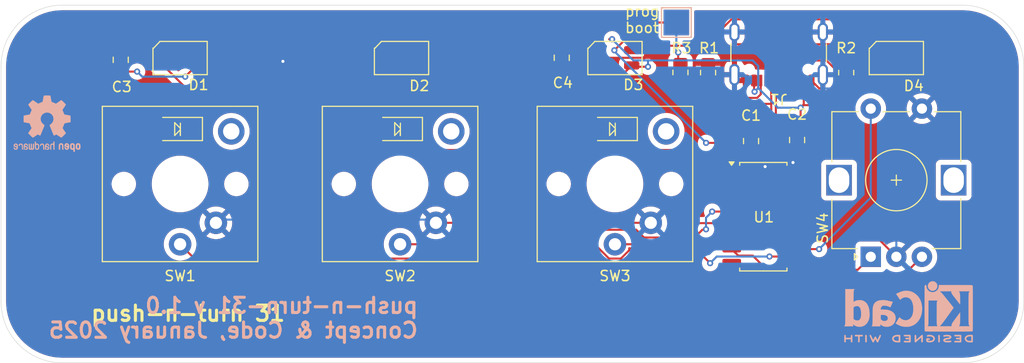
<source format=kicad_pcb>
(kicad_pcb (version 20241229) (generator "pcbnew") (generator_version "9.0")
  (layers (0 "F.Cu" signal) (2 "B.Cu" signal) (13 "F.Paste" user) (15 "B.Paste" user) (5 "F.SilkS" user "F.Silkscreen") (7 "B.SilkS" user "B.Silkscreen") (1 "F.Mask" user) (3 "B.Mask" user) (25 "Edge.Cuts" user))
  (net 0 "")
  (net 1 "GND")
  (net 2 "+3V3")
  (net 3 "+5V")
  (net 4 "Net-(D1-DOUT)")
  (net 5 "neo")
  (net 6 "Net-(D2-DOUT)")
  (net 7 "Net-(D3-DOUT)")
  (net 8 "Net-(J1-CC1)")
  (net 9 "/D-")
  (net 10 "/D+")
  (net 12 "Net-(J1-CC2)")
  (net 14 "Net-(R3-Pad1)")
  (net 15 "key1")
  (net 16 "key2")
  (net 17 "key3")
  (net 18 "enc_a")
  (net 19 "enc_b")
  (net 20 "enc_but")
  (net 21 "key6")
  (net 22 "key4")
  (net 24 "key5")
  (footprint "Capacitor_SMD:C_0805_2012Metric" (layer "F.Cu") (at 111.7 75.45 90)
    (property "Reference" "C3" (at -2.650001 0.1 0) (layer "F.SilkS"))
    (property "Value" "100n")
    (pad "1" smd roundrect (at -0.949999 0 90) (size 1 1.45) (layers "F.Cu" "F.Mask" "F.Paste") (net 3 "+5V"))
    (pad "2" smd roundrect (at 0.949999 0 90) (size 1 1.45) (layers "F.Cu" "F.Mask" "F.Paste") (net 1 "GND"))
  )
  (footprint "TestPoint:TestPoint_Pad_2.5x2.5mm" (layer "F.Cu") (at 166 71.8)
    (property "Reference" "TP1" (hide yes))
    (property "Value" "~")
    (pad "1" smd rect (at 0 0) (size 2.5 2.5) (layers "F.Cu" "F.Mask") (net 2 "+3V3"))
  )
  (footprint "Connector_USB:USB_C_Receptacle_GCT_USB4105-xx-A_16P_TopMnt_Horizontal" (layer "F.Cu") (at 176 73.8 180)
    (property "Reference" "J1" (at 0 -5.5 180) (layer "F.SilkS"))
    (property "Value" "USB_C_Receptacle_USB2.0_16P" (hide yes))
    (pad "" np_thru_hole circle (at -2.89 -2.605 180) (size 0.65 0.65) (drill 0.65) (layers "*.Cu" "*.Mask"))
    (pad "" np_thru_hole circle (at 2.89 -2.605 180) (size 0.65 0.65) (drill 0.65) (layers "*.Cu" "*.Mask"))
    (pad "A1" smd roundrect (at -3.2 -3.68 180) (size 0.6 1.15) (layers "F.Cu" "F.Mask" "F.Paste") (net 1 "GND"))
    (pad "A4" smd roundrect (at -2.4 -3.68 180) (size 0.6 1.15) (layers "F.Cu" "F.Mask" "F.Paste") (net 3 "+5V"))
    (pad "A5" smd roundrect (at -1.25 -3.679999 180) (size 0.3 1.15) (layers "F.Cu" "F.Mask" "F.Paste") (net 8 "Net-(J1-CC1)"))
    (pad "A6" smd roundrect (at -0.25 -3.68 180) (size 0.3 1.15) (layers "F.Cu" "F.Mask" "F.Paste") (net 10 "/D+"))
    (pad "A7" smd roundrect (at 0.25 -3.68 180) (size 0.3 1.15) (layers "F.Cu" "F.Mask" "F.Paste") (net 9 "/D-"))
    (pad "A8" smd roundrect (at 1.25 -3.679999 180) (size 0.3 1.15) (layers "F.Cu" "F.Mask" "F.Paste"))
    (pad "A9" smd roundrect (at 2.4 -3.68 180) (size 0.6 1.15) (layers "F.Cu" "F.Mask" "F.Paste") (net 3 "+5V"))
    (pad "A12" smd roundrect (at 3.2 -3.68 180) (size 0.6 1.15) (layers "F.Cu" "F.Mask" "F.Paste") (net 1 "GND"))
    (pad "B1" smd roundrect (at 3.2 -3.68 180) (size 0.6 1.15) (layers "F.Cu" "F.Mask" "F.Paste") (net 1 "GND"))
    (pad "B4" smd roundrect (at 2.4 -3.68 180) (size 0.6 1.15) (layers "F.Cu" "F.Mask" "F.Paste") (net 3 "+5V"))
    (pad "B5" smd roundrect (at 1.75 -3.68 180) (size 0.3 1.15) (layers "F.Cu" "F.Mask" "F.Paste") (net 12 "Net-(J1-CC2)"))
    (pad "B6" smd roundrect (at 0.75 -3.68 180) (size 0.3 1.15) (layers "F.Cu" "F.Mask" "F.Paste") (net 10 "/D+"))
    (pad "B7" smd roundrect (at -0.75 -3.68 180) (size 0.3 1.15) (layers "F.Cu" "F.Mask" "F.Paste") (net 9 "/D-"))
    (pad "B8" smd roundrect (at -1.75 -3.68 180) (size 0.3 1.15) (layers "F.Cu" "F.Mask" "F.Paste"))
    (pad "B9" smd roundrect (at -2.4 -3.68 180) (size 0.6 1.15) (layers "F.Cu" "F.Mask" "F.Paste") (net 3 "+5V"))
    (pad "B12" smd roundrect (at -3.2 -3.68 180) (size 0.6 1.15) (layers "F.Cu" "F.Mask" "F.Paste") (net 1 "GND"))
    (pad "S1" thru_hole oval (at -4.32 -3.105 180) (size 1 2.1) (drill oval 0.6 1.7) (layers "*.Cu" "*.Mask" "F.Paste") (net 1 "GND"))
    (pad "S1" thru_hole oval (at -4.32 1.075 180) (size 1 1.8) (drill oval 0.6 1.4) (layers "*.Cu" "*.Mask" "F.Paste") (net 1 "GND"))
    (pad "S1" thru_hole oval (at 4.32 -3.105 180) (size 1 2.1) (drill oval 0.6 1.7) (layers "*.Cu" "*.Mask" "F.Paste") (net 1 "GND"))
    (pad "S1" thru_hole oval (at 4.32 1.075 180) (size 1 1.8) (drill oval 0.6 1.4) (layers "*.Cu" "*.Mask" "F.Paste") (net 1 "GND"))
  )
  (footprint "Resistor_SMD:R_0805_2012Metric" (layer "F.Cu") (at 166.4 76.6875 -90)
    (property "Reference" "R3" (at -2.3875 -0.1 0) (layer "F.SilkS"))
    (property "Value" "10k")
    (pad "1" smd roundrect (at -0.9125 0 270) (size 1.025 1.4) (layers "F.Cu" "F.Mask" "F.Paste") (roundrect_rratio 0.243902) (net 14 "Net-(R3-Pad1)"))
    (pad "2" smd roundrect (at 0.9125 0 270) (size 1.025 1.4) (layers "F.Cu" "F.Mask" "F.Paste") (roundrect_rratio 0.243902) (net 10 "/D+"))
  )
  (footprint "LED_SMD:LED_WS2812B-Mini_PLCC4_3.5x2.8mm" (layer "F.Cu") (at 160 75.25 180)
    (property "Reference" "D3" (at -1.8 -2.65 0) (layer "F.SilkS"))
    (property "Value" "WS2812B-3528" (hide yes))
    (pad "1" smd roundrect (at 1.64 0.75 180) (size 1.5 0.8) (layers "F.Cu" "F.Mask" "F.Paste") (net 1 "GND"))
    (pad "2" smd roundrect (at 1.64 -0.75 180) (size 1.5 0.8) (layers "F.Cu" "F.Mask" "F.Paste") (net 6 "Net-(D2-DOUT)"))
    (pad "3" smd roundrect (at -1.64 -0.75 180) (size 1.5 0.8) (layers "F.Cu" "F.Mask" "F.Paste") (net 3 "+5V"))
    (pad "4" smd roundrect (at -1.64 0.75 180) (size 1.5 0.8) (layers "F.Cu" "F.Mask" "F.Paste") (net 7 "Net-(D3-DOUT)"))
  )
  (footprint "Resistor_SMD:R_0805_2012Metric" (layer "F.Cu") (at 182.6 76.7 90)
    (property "Reference" "R2" (at 2.4 0 180) (layer "F.SilkS"))
    (property "Value" "5k1")
    (pad "1" smd roundrect (at -0.9125 0 90) (size 1.025 1.4) (layers "F.Cu" "F.Mask" "F.Paste") (roundrect_rratio 0.243902) (net 8 "Net-(J1-CC1)"))
    (pad "2" smd roundrect (at 0.9125 0 90) (size 1.025 1.4) (layers "F.Cu" "F.Mask" "F.Paste") (roundrect_rratio 0.243902) (net 1 "GND"))
  )
  (footprint "Capacitor_SMD:C_0805_2012Metric" (layer "F.Cu") (at 154.8 75.25 90)
    (property "Reference" "C4" (at -2.450001 0.1 0) (layer "F.SilkS"))
    (property "Value" "100n")
    (pad "1" smd roundrect (at -0.949999 0 90) (size 1 1.45) (layers "F.Cu" "F.Mask" "F.Paste") (net 3 "+5V"))
    (pad "2" smd roundrect (at 0.949999 0 90) (size 1 1.45) (layers "F.Cu" "F.Mask" "F.Paste") (net 1 "GND"))
  )
  (footprint "Capacitor_SMD:C_0805_2012Metric" (layer "F.Cu") (at 173.3 83.4 90)
    (property "Reference" "C1" (at 2.5 0 180) (layer "F.SilkS"))
    (property "Value" "100n")
    (pad "1" smd roundrect (at -0.949999 0 90) (size 1 1.45) (layers "F.Cu" "F.Mask" "F.Paste") (net 2 "+3V3"))
    (pad "2" smd roundrect (at 0.949999 0 90) (size 1 1.45) (layers "F.Cu" "F.Mask" "F.Paste") (net 1 "GND"))
  )
  (footprint "Button_Switch_Keyboard:SW_RedDragon5.5m_Ali_1.00u" (layer "F.Cu") (at 160 87.6 180)
    (property "Reference" "SW3" (at 0 -9 0) (layer "F.SilkS"))
    (property "Value" "key3")
    (pad "" np_thru_hole circle (at -5.5 0 180) (size 1.9 1.9) (drill 1.9) (layers "*.Cu" "*.Mask"))
    (pad "" thru_hole circle (at -5 5.15 180) (size 2.6 2.6) (drill 1.6) (layers "*.Cu" "*.Mask"))
    (pad "" np_thru_hole circle (at 0 0 180) (size 5.05 5.05) (drill 5.05) (layers "*.Cu" "*.Mask"))
    (pad "" np_thru_hole circle (at 5.5 0 180) (size 1.9 1.9) (drill 1.9) (layers "*.Cu" "*.Mask"))
    (pad "1" thru_hole circle (at 0 -5.9 180) (size 2.2 2.2) (drill 1.2) (layers "*.Cu" "*.Mask") (net 17 "key3"))
    (pad "2" thru_hole circle (at -3.5 -3.8 180) (size 2.2 2.2) (drill 1.2) (layers "*.Cu" "*.Mask") (net 1 "GND"))
    (pad "3" smd roundrect (at -1.3 5.38 180) (size 1.25 1.75) (layers "F.Cu" "F.Mask" "F.Paste") (roundrect_rratio 0.2))
    (pad "4" smd roundrect (at 1.5 5.38 180) (size 1.25 1.75) (layers "F.Cu" "F.Mask" "F.Paste") (roundrect_rratio 0.2))
  )
  (footprint "Button_Switch_Keyboard:SW_RedDragon5.5m_Ali_1.00u" (layer "F.Cu") (at 139 87.6 180)
    (property "Reference" "SW2" (at 0 -9 0) (layer "F.SilkS"))
    (property "Value" "key2")
    (pad "" np_thru_hole circle (at -5.5 0 180) (size 1.9 1.9) (drill 1.9) (layers "*.Cu" "*.Mask"))
    (pad "" thru_hole circle (at -5 5.15 180) (size 2.6 2.6) (drill 1.6) (layers "*.Cu" "*.Mask"))
    (pad "" np_thru_hole circle (at 0 0 180) (size 5.05 5.05) (drill 5.05) (layers "*.Cu" "*.Mask"))
    (pad "" np_thru_hole circle (at 5.5 0 180) (size 1.9 1.9) (drill 1.9) (layers "*.Cu" "*.Mask"))
    (pad "1" thru_hole circle (at 0 -5.9 180) (size 2.2 2.2) (drill 1.2) (layers "*.Cu" "*.Mask") (net 16 "key2"))
    (pad "2" thru_hole circle (at -3.5 -3.8 180) (size 2.2 2.2) (drill 1.2) (layers "*.Cu" "*.Mask") (net 1 "GND"))
    (pad "3" smd roundrect (at -1.3 5.38 180) (size 1.25 1.75) (layers "F.Cu" "F.Mask" "F.Paste") (roundrect_rratio 0.2))
    (pad "4" smd roundrect (at 1.5 5.38 180) (size 1.25 1.75) (layers "F.Cu" "F.Mask" "F.Paste") (roundrect_rratio 0.2))
  )
  (footprint "LED_SMD:LED_WS2812B-Mini_PLCC4_3.5x2.8mm" (layer "F.Cu") (at 117.5 75.25 180)
    (property "Reference" "D1" (at -1.8 -2.65 0) (layer "F.SilkS"))
    (property "Value" "WS2812B-3528" (hide yes))
    (pad "1" smd roundrect (at 1.64 0.75 180) (size 1.5 0.8) (layers "F.Cu" "F.Mask" "F.Paste") (net 1 "GND"))
    (pad "2" smd roundrect (at 1.64 -0.75 180) (size 1.5 0.8) (layers "F.Cu" "F.Mask" "F.Paste") (net 5 "neo"))
    (pad "3" smd roundrect (at -1.64 -0.75 180) (size 1.5 0.8) (layers "F.Cu" "F.Mask" "F.Paste") (net 3 "+5V"))
    (pad "4" smd roundrect (at -1.64 0.75 180) (size 1.5 0.8) (layers "F.Cu" "F.Mask" "F.Paste") (net 4 "Net-(D1-DOUT)"))
  )
  (footprint "Resistor_SMD:R_0805_2012Metric" (layer "F.Cu") (at 169.1 76.7 90)
    (property "Reference" "R1" (at 2.4 0.1 180) (layer "F.SilkS"))
    (property "Value" "5k1")
    (pad "1" smd roundrect (at -0.9125 0 90) (size 1.025 1.4) (layers "F.Cu" "F.Mask" "F.Paste") (roundrect_rratio 0.243902) (net 12 "Net-(J1-CC2)"))
    (pad "2" smd roundrect (at 0.9125 0 90) (size 1.025 1.4) (layers "F.Cu" "F.Mask" "F.Paste") (roundrect_rratio 0.243902) (net 1 "GND"))
  )
  (footprint "Package_SO:SOP-16_4.4x10.4mm_P1.27mm" (layer "F.Cu") (at 174.5 90.8)
    (property "Reference" "U1" (at 0.05 0.05 0) (layer "F.SilkS"))
    (property "Value" "CH552G")
    (pad "1" smd roundrect (at -3.0875 -4.445) (size 1.825 0.65) (layers "F.Cu" "F.Mask" "F.Paste") (net 21 "key6"))
    (pad "2" smd roundrect (at -3.0875 -3.175) (size 1.825 0.65) (layers "F.Cu" "F.Mask" "F.Paste") (net 24 "key5"))
    (pad "3" smd roundrect (at -3.0875 -1.905) (size 1.825 0.65) (layers "F.Cu" "F.Mask" "F.Paste") (net 22 "key4"))
    (pad "4" smd roundrect (at -3.0875 -0.635) (size 1.825 0.65) (layers "F.Cu" "F.Mask" "F.Paste") (net 17 "key3"))
    (pad "5" smd roundrect (at -3.0875 0.635) (size 1.825 0.65) (layers "F.Cu" "F.Mask" "F.Paste") (net 16 "key2"))
    (pad "6" smd roundrect (at -3.0875 1.905) (size 1.825 0.65) (layers "F.Cu" "F.Mask" "F.Paste"))
    (pad "7" smd roundrect (at -3.0875 3.175) (size 1.825 0.65) (layers "F.Cu" "F.Mask" "F.Paste") (net 18 "enc_a"))
    (pad "8" smd roundrect (at -3.0875 4.445) (size 1.825 0.65) (layers "F.Cu" "F.Mask" "F.Paste") (net 19 "enc_b"))
    (pad "9" smd roundrect (at 3.0875 4.445) (size 1.825 0.65) (layers "F.Cu" "F.Mask" "F.Paste") (net 15 "key1"))
    (pad "10" smd roundrect (at 3.0875 3.175) (size 1.825 0.65) (layers "F.Cu" "F.Mask" "F.Paste") (net 20 "enc_but"))
    (pad "11" smd roundrect (at 3.0875 1.905) (size 1.825 0.65) (layers "F.Cu" "F.Mask" "F.Paste") (net 5 "neo"))
    (pad "12" smd roundrect (at 3.0875 0.635) (size 1.825 0.65) (layers "F.Cu" "F.Mask" "F.Paste") (net 10 "/D+"))
    (pad "13" smd roundrect (at 3.0875 -0.635) (size 1.825 0.65) (layers "F.Cu" "F.Mask" "F.Paste") (net 9 "/D-"))
    (pad "14" smd roundrect (at 3.0875 -1.905) (size 1.825 0.65) (layers "F.Cu" "F.Mask" "F.Paste") (net 1 "GND"))
    (pad "15" smd roundrect (at 3.0875 -3.175) (size 1.825 0.65) (layers "F.Cu" "F.Mask" "F.Paste") (net 3 "+5V"))
    (pad "16" smd roundrect (at 3.0875 -4.445) (size 1.825 0.65) (layers "F.Cu" "F.Mask" "F.Paste") (net 2 "+3V3"))
  )
  (footprint "Rotary_Encoder:RotaryEncoder_Alps_EC12E-Switch_Vertical_H20mm" (layer "F.Cu") (at 185 94.725 90)
    (property "Reference" "SW4" (at 2.8 -4.7 90) (layer "F.SilkS"))
    (property "Value" "RotaryEncoder_Switch")
    (pad "A" thru_hole rect (at 0 0 90) (size 2 2) (drill 1) (layers "*.Cu" "*.Mask") (net 18 "enc_a"))
    (pad "B" thru_hole circle (at 0 5 90) (size 2 2) (drill 1) (layers "*.Cu" "*.Mask") (net 19 "enc_b"))
    (pad "C" thru_hole circle (at 0 2.5 90) (size 2 2) (drill 1) (layers "*.Cu" "*.Mask") (net 1 "GND"))
    (pad "MP" thru_hole rect (at 7.5 -3.1 90) (size 3 2.5) (drill oval 2.5 2) (layers "*.Cu" "*.Mask"))
    (pad "MP" thru_hole rect (at 7.5 8.1 90) (size 3 2.5) (drill oval 2.5 2) (layers "*.Cu" "*.Mask"))
    (pad "S1" thru_hole circle (at 14.5 0 90) (size 2 2) (drill 1) (layers "*.Cu" "*.Mask") (net 20 "enc_but"))
    (pad "S2" thru_hole circle (at 14.5 5 90) (size 2 2) (drill 1) (layers "*.Cu" "*.Mask") (net 1 "GND"))
  )
  (footprint "Capacitor_SMD:C_0805_2012Metric" (layer "F.Cu") (at 177.8 83.3 -90)
    (property "Reference" "C2" (at -2.5 0 0) (layer "F.SilkS"))
    (property "Value" "100n")
    (pad "1" smd roundrect (at -0.949999 0 270) (size 1 1.45) (layers "F.Cu" "F.Mask" "F.Paste") (net 3 "+5V"))
    (pad "2" smd roundrect (at 0.949999 0 270) (size 1 1.45) (layers "F.Cu" "F.Mask" "F.Paste") (net 1 "GND"))
  )
  (footprint "LED_SMD:LED_WS2812B-Mini_PLCC4_3.5x2.8mm" (layer "F.Cu") (at 139.14 75.25 180)
    (property "Reference" "D2" (at -1.74 -2.75 0) (layer "F.SilkS"))
    (property "Value" "WS2812B-3528" (hide yes))
    (pad "1" smd roundrect (at 1.64 0.75 180) (size 1.5 0.8) (layers "F.Cu" "F.Mask" "F.Paste") (net 1 "GND"))
    (pad "2" smd roundrect (at 1.64 -0.75 180) (size 1.5 0.8) (layers "F.Cu" "F.Mask" "F.Paste") (net 4 "Net-(D1-DOUT)"))
    (pad "3" smd roundrect (at -1.64 -0.75 180) (size 1.5 0.8) (layers "F.Cu" "F.Mask" "F.Paste") (net 3 "+5V"))
    (pad "4" smd roundrect (at -1.64 0.75 180) (size 1.5 0.8) (layers "F.Cu" "F.Mask" "F.Paste") (net 6 "Net-(D2-DOUT)"))
  )
  (footprint "Button_Switch_Keyboard:SW_RedDragon5.5m_Ali_1.00u" (layer "F.Cu") (at 117.5 87.6 180)
    (property "Reference" "SW1" (at 0 -9 0) (layer "F.SilkS"))
    (property "Value" "key1")
    (pad "" np_thru_hole circle (at -5.5 0 180) (size 1.9 1.9) (drill 1.9) (layers "*.Cu" "*.Mask"))
    (pad "" thru_hole circle (at -5 5.15 180) (size 2.6 2.6) (drill 1.6) (layers "*.Cu" "*.Mask"))
    (pad "" np_thru_hole circle (at 0 0 180) (size 5.05 5.05) (drill 5.05) (layers "*.Cu" "*.Mask"))
    (pad "" np_thru_hole circle (at 5.5 0 180) (size 1.9 1.9) (drill 1.9) (layers "*.Cu" "*.Mask"))
    (pad "1" thru_hole circle (at 0 -5.9 180) (size 2.2 2.2) (drill 1.2) (layers "*.Cu" "*.Mask") (net 15 "key1"))
    (pad "2" thru_hole circle (at -3.5 -3.8 180) (size 2.2 2.2) (drill 1.2) (layers "*.Cu" "*.Mask") (net 1 "GND"))
    (pad "3" smd roundrect (at -1.3 5.38 180) (size 1.25 1.75) (layers "F.Cu" "F.Mask" "F.Paste") (roundrect_rratio 0.2))
    (pad "4" smd roundrect (at 1.5 5.38 180) (size 1.25 1.75) (layers "F.Cu" "F.Mask" "F.Paste") (roundrect_rratio 0.2))
  )
  (footprint "LED_SMD:LED_WS2812B-Mini_PLCC4_3.5x2.8mm" (layer "F.Cu") (at 187.5 75.25 180)
    (property "Reference" "D4" (at -1.7 -2.75 0) (layer "F.SilkS"))
    (property "Value" "WS2812B-3528" (hide yes))
    (pad "1" smd roundrect (at 1.64 0.75 180) (size 1.5 0.8) (layers "F.Cu" "F.Mask" "F.Paste") (net 1 "GND"))
    (pad "2" smd roundrect (at 1.64 -0.75 180) (size 1.5 0.8) (layers "F.Cu" "F.Mask" "F.Paste") (net 7 "Net-(D3-DOUT)"))
    (pad "3" smd roundrect (at -1.64 -0.75 180) (size 1.5 0.8) (layers "F.Cu" "F.Mask" "F.Paste") (net 3 "+5V"))
    (pad "4" smd roundrect (at -1.64 0.75 180) (size 1.5 0.8) (layers "F.Cu" "F.Mask" "F.Paste"))
  )
  (footprint "Symbol:OSHW-Logo2_7.3x6mm_SilkScreen" (layer "B.Cu") (at 104.5 81.7 180)
    (property "Reference" "REFOH" (hide yes))
    (property "Value" "OSHW-Logo2_7.3x6mm_SilkScreen" (hide yes))
  )
  (footprint "Symbol:KiCad-Logo2_5mm_SilkScreen" (layer "B.Cu") (at 188.7 100.1 180)
    (property "Reference" "KICAD" (hide yes))
    (property "Value" "KiCad-Logo2_5mm_SilkScreen" (hide yes))
  )
  (footprint "TestPoint:TestPoint_Pad_2.5x2.5mm" (layer "B.Cu") (at 166 71.8 180)
    (property "Reference" "TP2" (hide yes))
    (property "Value" "TestPoint" (hide yes))
    (pad "1" smd rect (at 0 0 180) (size 2.5 2.5) (layers "B.Cu" "B.Mask") (net 14 "Net-(R3-Pad1)"))
  )
  (gr_line (start 106 105.1) (end 193.957359 105.1) (stroke (width 0.05)) (layer "Edge.Cuts"))
  (gr_line (start 100 76.1) (end 100 99.1) (stroke (width 0.05)) (layer "Edge.Cuts"))
  (gr_arc (start 193.957359 70.1) (mid 198.2 71.857359) (end 199.957359 76.1) (stroke (width 0.05)) (layer "Edge.Cuts"))
  (gr_arc (start 199.957359 99.1) (mid 198.2 103.342641) (end 193.957359 105.1) (stroke (width 0.05)) (layer "Edge.Cuts"))
  (gr_arc (start 106 105.1) (mid 101.757359 103.342641) (end 100 99.1) (stroke (width 0.05)) (layer "Edge.Cuts"))
  (gr_line (start 199.957359 99.1) (end 199.957359 76.1) (stroke (width 0.05)) (layer "Edge.Cuts"))
  (gr_line (start 193.95 70.1) (end 106 70.1) (stroke (width 0.05)) (layer "Edge.Cuts"))
  (gr_arc (start 100 76.1) (mid 101.757359 71.857359) (end 106 70.1) (stroke (width 0.05)) (layer "Edge.Cuts"))
  (gr_text "prog\nboot" (at 160.9 72.9 0) (layer "F.SilkS") (effects (font (size 1 1)) (justify left bottom)))
  (gr_text "push-n-turn 31" (at 108.65 101.15 0) (layer "F.SilkS") (effects (font (size 1.5 1.5) (thickness 0.3) (bold yes)) (justify left bottom)))
  (gr_text "push-n-turn-31 v 1.0\nConcept & Code, January 2025" (at 140.9 102.8 0) (layer "B.SilkS") (effects (font (size 1.5 1.5) (thickness 0.3) (bold yes)) (justify left bottom mirror)))
  (segment (start 165.38 77.1554) (end 163.4746 75.25) (width 0.2) (layer "F.Cu") (net 1))
  (segment (start 137.5 73.795) (end 154.295 73.795) (width 0.2) (layer "F.Cu") (net 1))
  (segment (start 177.9 88.895) (end 178.845 87.9497) (width 0.2) (layer "F.Cu") (net 1))
  (segment (start 171.68 73.9267) (end 180.32 73.9267) (width 0.2) (layer "F.Cu") (net 1))
  (segment (start 181.9837 92.7247) (end 185.4997 92.7247) (width 0.2) (layer "F.Cu") (net 1))
  (segment (start 171.68 73.9267) (end 171.68 75.5533) (width 0.2) (layer "F.Cu") (net 1))
  (segment (start 180.32 78.2567) (end 179.977 78.2567) (width 0.2) (layer "F.Cu") (net 1))
  (segment (start 180.32 72.725) (end 180.32 73.9267) (width 0.2) (layer "F.Cu") (net 1))
  (segment (start 165.38 76.6016) (end 168.286 76.6016) (width 0.2) (layer "F.Cu") (net 1))
  (segment (start 179.977 78.2567) (end 179.2 77.48) (width 0.2) (layer "F.Cu") (net 1))
  (segment (start 115.86 74.5) (end 111.7 74.5) (width 0.2) (layer "F.Cu") (net 1))
  (segment (start 163.4746 75.25) (end 159.11 75.25) (width 0.2) (layer "F.Cu") (net 1))
  (segment (start 158.16 74.3) (end 158.36 74.5) (width 0.2) (layer "F.Cu") (net 1))
  (segment (start 154.5475 74.0475) (end 154.295 73.795) (width 0.2) (layer "F.Cu") (net 1))
  (segment (start 178.845 87.9497) (end 178.845 85.2952) (width 0.2) (layer "F.Cu") (net 1))
  (segment (start 169.334 75.5533) (end 171.68 75.5533) (width 0.2) (layer "F.Cu") (net 1))
  (segment (start 154.5475 74.0475) (end 157.9075 74.0475) (width 0.2) (layer "F.Cu") (net 1))
  (segment (start 172.743 77.48) (end 172.8 77.48) (width 0.2) (layer "F.Cu") (net 1))
  (segment (start 169.1 75.7875) (end 169.334 75.5533) (width 0.2) (layer "F.Cu") (net 1))
  (segment (start 159.11 75.25) (end 158.36 74.5) (width 0.2) (layer "F.Cu") (net 1))
  (segment (start 180.739 73.9267) (end 185.2867 73.9267) (width 0.2) (layer "F.Cu") (net 1))
  (segment (start 154.8 74.3) (end 154.5475 74.0475) (width 0.2) (layer "F.Cu") (net 1))
  (segment (start 171.68 76.4172) (end 172.743 77.48) (width 0.2) (layer "F.Cu") (net 1))
  (segment (start 163.5 91.4) (end 142.5 91.4) (width 0.2) (layer "F.Cu") (net 1))
  (segment (start 171.68 76.4172) (end 171.68 75.5533) (width 0.2) (layer "F.Cu") (net 1))
  (segment (start 168.286 76.6016) (end 169.1 75.7875) (width 0.2) (layer "F.Cu") (net 1))
  (segment (start 116.565 73.795) (end 137.5 73.795) (width 0.2) (layer "F.Cu") (net 1))
  (segment (start 185.2867 73.9267) (end 185.86 74.5) (width 0.2) (layer "F.Cu") (net 1))
  (segment (start 171.68 76.905) (end 171.68 76.4172) (width 0.2) (layer "F.Cu") (net 1))
  (segment (start 177.588 88.895) (end 177.5875 88.895) (width 0.2) (layer "F.Cu") (net 1))
  (segment (start 171.68 72.725) (end 171.68 73.9267) (width 0.2) (layer "F.Cu") (net 1))
  (segment (start 165.38 77.1554) (end 165.38 76.6016) (width 0.2) (layer "F.Cu") (net 1))
  (segment (start 115.86 74.5) (end 116.565 73.795) (width 0.2) (layer "F.Cu") (net 1))
  (segment (start 185.4997 92.7247) (end 187.5 94.725) (width 0.2) (layer "F.Cu") (net 1))
  (segment (start 169.741 82.45) (end 165.38 78.0881) (width 0.2) (layer "F.Cu") (net 1))
  (segment (start 180.32 76.905) (end 180.32 78.2567) (width 0.2) (layer "F.Cu") (net 1))
  (segment (start 178.845 85.2952) (end 177.8 84.25) (width 0.2) (layer "F.Cu") (net 1))
  (segment (start 177.588 88.895) (end 177.8851 88.895) (width 0.2) (layer "F.Cu") (net 1))
  (segment (start 178.154 88.895) (end 181.9837 92.7247) (width 0.2) (layer "F.Cu") (net 1))
  (segment (start 165.38 78.0881) (end 165.38 77.1554) (width 0.2) (layer "F.Cu") (net 1))
  (segment (start 157.9075 74.0475) (end 158.16 74.3) (width 0.2) (layer "F.Cu") (net 1))
  (segment (start 182.6 75.7875) (end 180.739 73.9267) (width 0.2) (layer "F.Cu") (net 1))
  (segment (start 137.5 74.5) (end 137.5 73.795) (width 0.2) (layer "F.Cu") (net 1))
  (segment (start 180.739 73.9267) (end 180.32 73.9267) (width 0.2) (layer "F.Cu") (net 1))
  (segment (start 177.8851 88.895) (end 178.154 88.895) (width 0.2) (layer "F.Cu") (net 1))
  (segment (start 177.8851 88.895) (end 177.9 88.895) (width 0.2) (layer "F.Cu") (net 1))
  (segment (start 173.3 82.45) (end 169.741 82.45) (width 0.2) (layer "F.Cu") (net 1))
  (via (at 127.55 75.6) (size 0.6) (drill 0.3) (layers "F.Cu" "B.Cu") (net 1))
  (segment (start 190 80.225) (end 187.5 82.725) (width 0.2) (layer "B.Cu") (net 1))
  (segment (start 171.68 76.905) (end 171.68 83.6162) (width 0.2) (layer "B.Cu") (net 1))
  (segment (start 121 91.0883) (end 142.188 91.0883) (width 0.2) (layer "B.Cu") (net 1))
  (segment (start 163.896 91.4) (end 163.5 91.4) (width 0.2) (layer "B.Cu") (net 1))
  (segment (start 190 80.225) (end 188.032 78.2567) (width 0.2) (layer "B.Cu") (net 1))
  (segment (start 171.68 83.6162) (end 163.896 91.4) (width 0.2) (layer "B.Cu") (net 1))
  (segment (start 142.188 91.0883) (end 142.5 91.4) (width 0.2) (layer "B.Cu") (net 1))
  (segment (start 187.5 82.725) (end 187.5 94.725) (width 0.2) (layer "B.Cu") (net 1))
  (segment (start 121 91.4) (end 121 91.0883) (width 0.2) (layer "B.Cu") (net 1))
  (segment (start 180.32 72.725) (end 180.32 76.905) (width 0.2) (layer "B.Cu") (net 1))
  (segment (start 188.032 78.2567) (end 180.32 78.2567) (width 0.2) (layer "B.Cu") (net 1))
  (segment (start 180.32 78.2567) (end 180.32 76.905) (width 0.2) (layer "B.Cu") (net 1))
  (segment (start 166 71.8) (end 162.6611 71.8) (width 0.2) (layer "F.Cu") (net 2))
  (segment (start 162.6611 71.8) (end 159.9434 74.5177) (width 0.2) (layer "F.Cu") (net 2))
  (segment (start 172.5268 83.5768) (end 168.9039 83.5768) (width 0.2) (layer "F.Cu") (net 2))
  (segment (start 177.4 86.1675) (end 177.5875 86.355) (width 0.2) (layer "F.Cu") (net 2))
  (segment (start 177.4 85.5) (end 177.4 86.1675) (width 0.2) (layer "F.Cu") (net 2))
  (segment (start 173.3 84.349999) (end 174.675 85.724999) (width 0.2) (layer "F.Cu") (net 2))
  (segment (start 173.3 84.35) (end 172.5268 83.5768) (width 0.2) (layer "F.Cu") (net 2))
  (segment (start 174.675 85.724999) (end 174.675 85.9) (width 0.2) (layer "F.Cu") (net 2))
  (via (at 177.4 85.5) (size 0.6) (drill 0.3) (layers "F.Cu" "B.Cu") (net 2))
  (via (at 174.675 85.9) (size 0.6) (drill 0.3) (layers "F.Cu" "B.Cu") (net 2))
  (via (at 168.9039 83.5768) (size 0.6) (drill 0.3) (layers "F.Cu" "B.Cu") (net 2))
  (via (at 159.9434 74.5177) (size 0.6) (drill 0.3) (layers "F.Cu" "B.Cu") (net 2))
  (segment (start 177.3 85.4) (end 177.4 85.5) (width 0.2) (layer "B.Cu") (net 2))
  (segment (start 176.4 85.4) (end 177.3 85.4) (width 0.2) (layer "B.Cu") (net 2))
  (segment (start 168.9039 83.5768) (end 159.9434 74.6163) (width 0.2) (layer "B.Cu") (net 2))
  (segment (start 174.675 85.9) (end 175.9 85.9) (width 0.2) (layer "B.Cu") (net 2))
  (segment (start 159.9434 74.6163) (end 159.9434 74.5177) (width 0.2) (layer "B.Cu") (net 2))
  (segment (start 175.9 85.9) (end 176.4 85.4) (width 0.2) (layer "B.Cu") (net 2))
  (segment (start 161.7667 76.1267) (end 161.64 76) (width 0.2) (layer "F.Cu") (net 3))
  (segment (start 173.6 77.48) (end 173.6 78.52) (width 0.2) (layer "F.Cu") (net 3))
  (segment (start 140.78 76) (end 154.2317 76) (width 0.2) (layer "F.Cu") (net 3))
  (segment (start 140.78 76) (end 141.164 76.3843) (width 0.2) (layer "F.Cu") (net 3))
  (segment (start 178.143 82.0067) (end 177.8 82.35) (width 0.2) (layer "F.Cu") (net 3))
  (segment (start 178.452 78.6768) (end 178.452 79.8251) (width 0.2) (layer "F.Cu") (net 3))
  (segment (start 178.3915 79.8856) (end 178.143 80.1336) (width 0.2) (layer "F.Cu") (net 3))
  (segment (start 111.900001 76.6) (end 111.7 76.399999) (width 0.2) (layer "F.Cu") (net 3))
  (segment (start 178.4 78.625) (end 178.452 78.6768) (width 0.2) (layer "F.Cu") (net 3))
  (segment (start 182.6404 79.8856) (end 184.1736 78.3524) (width 0.2) (layer "F.Cu") (net 3))
  (segment (start 173.6 78.52) (end 173.646 78.5664) (width 0.2) (layer "F.Cu") (net 3))
  (segment (start 160.9309 76.7091) (end 155.125 76.7091) (width 0.2) (layer "F.Cu") (net 3))
  (segment (start 154.616 76.3843) (end 154.708 76.2921) (width 0.2) (layer "F.Cu") (net 3))
  (segment (start 155.125 76.7091) (end 154.708 76.2921) (width 0.2) (layer "F.Cu") (net 3))
  (segment (start 161.64 76) (end 160.9309 76.7091) (width 0.2) (layer "F.Cu") (net 3))
  (segment (start 186.7876 78.3524) (end 189.14 76) (width 0.2) (layer "F.Cu") (net 3))
  (segment (start 178.143 80.1336) (end 178.143 82.0067) (width 0.2) (layer "F.Cu") (net 3))
  (segment (start 140.78 76) (end 140.0732 76.7068) (width 0.2) (layer "F.Cu") (net 3))
  (segment (start 159.721 73.4316) (end 159.428 73.4316) (width 0.2) (layer "F.Cu") (net 3))
  (segment (start 178.3915 79.8856) (end 182.6404 79.8856) (width 0.2) (layer "F.Cu") (net 3))
  (segment (start 111.7 76.4) (end 112.01 76.7101) (width 0.2) (layer "F.Cu") (net 3))
  (segment (start 154.2317 76) (end 154.616 76.3843) (width 0.2) (layer "F.Cu") (net 3))
  (segment (start 154.708 76.2921) (end 154.8 76.2) (width 0.2) (layer "F.Cu") (net 3))
  (segment (start 119.14 76) (end 119.1 76) (width 0.2) (layer "F.Cu") (net 3))
  (segment (start 177.587 82.35) (end 176.336 83.6014) (width 0.2) (layer "F.Cu") (net 3))
  (segment (start 119.1 76) (end 118 77.1) (width 0.2) (layer "F.Cu") (net 3))
  (segment (start 177.8 82.35) (end 177.587 82.35) (width 0.2) (layer "F.Cu") (net 3))
  (segment (start 163.2318 76.1267) (end 161.7667 76.1267) (width 0.2) (layer "F.Cu") (net 3))
  (segment (start 177.5875 87.625) (end 177.588 87.625) (width 0.2) (layer "F.Cu") (net 3))
  (segment (start 178.4 77.48) (end 178.4 78.625) (width 0.2) (layer "F.Cu") (net 3))
  (segment (start 119.8468 76.7068) (end 119.14 76) (width 0.2) (layer "F.Cu") (net 3))
  (segment (start 177.261 87.625) (end 177.5875 87.625) (width 0.2) (layer "F.Cu") (net 3))
  (segment (start 176.336 83.6014) (end 176.336 86.6993) (width 0.2) (layer "F.Cu") (net 3))
  (segment (start 176.336 86.6993) (end 177.261 87.625) (width 0.2) (layer "F.Cu") (net 3))
  (segment (start 178.452 79.8251) (end 178.3915 79.8856) (width 0.2) (layer "F.Cu") (net 3))
  (segment (start 140.0732 76.7068) (end 119.8468 76.7068) (width 0.2) (layer "F.Cu") (net 3))
  (segment (start 184.1736 78.3524) (end 186.7876 78.3524) (width 0.2) (layer "F.Cu") (net 3))
  (segment (start 113.3 76.6) (end 111.900001 76.6) (width 0.2) (layer "F.Cu") (net 3))
  (via (at 118 77.1) (size 0.6) (drill 0.3) (layers "F.Cu" "B.Cu") (net 3))
  (via (at 159.721 73.4316) (size 0.6) (drill 0.3) (layers "F.Cu" "B.Cu") (net 3))
  (via (at 113.3 76.6) (size 0.6) (drill 0.3) (layers "F.Cu" "B.Cu") (net 3))
  (via (at 178.143 80.1336) (size 0.6) (drill 0.3) (layers "F.Cu" "B.Cu") (net 3))
  (via (at 173.646 78.5664) (size 0.6) (drill 0.3) (layers "F.Cu" "B.Cu") (net 3))
  (via (at 163.2318 76.1267) (size 0.6) (drill 0.3) (layers "F.Cu" "B.Cu") (net 3))
  (segment (start 173.5648 75.615) (end 173.4555 75.5057) (width 0.2) (layer "B.Cu") (net 3))
  (segment (start 178.143 80.1336) (end 175.921 80.1336) (width 0.2) (layer "B.Cu") (net 3))
  (segment (start 114.65 77.1) (end 113.8 77.1) (width 0.2) (layer "B.Cu") (net 3))
  (segment (start 174 78.2128) (end 174 76.0506) (width 0.2) (layer "B.Cu") (net 3))
  (segment (start 163.2318 75.5057) (end 161.7951 75.5057) (width 0.2) (layer "B.Cu") (net 3))
  (segment (start 163.2318 75.5057) (end 163.2318 76.1267) (width 0.2) (layer "B.Cu") (net 3))
  (segment (start 174 76.0506) (end 173.5648 75.615) (width 0.2) (layer "B.Cu") (net 3))
  (segment (start 161.7951 75.5057) (end 159.721 73.4316) (width 0.2) (layer "B.Cu") (net 3))
  (segment (start 118 77.1) (end 114.65 77.1) (width 0.2) (layer "B.Cu") (net 3))
  (segment (start 173.5648 75.615) (end 173.456 75.5061) (width 0.2) (layer "B.Cu") (net 3))
  (segment (start 113.8 77.1) (end 113.3 76.6) (width 0.2) (layer "B.Cu") (net 3))
  (segment (start 175.921 80.1336) (end 174 78.2128) (width 0.2) (layer "B.Cu") (net 3))
  (segment (start 173.646 78.5664) (end 174 78.2128) (width 0.2) (layer "B.Cu") (net 3))
  (segment (start 173.4555 75.5057) (end 163.2318 75.5057) (width 0.2) (layer "B.Cu") (net 3))
  (segment (start 119.14 74.5) (end 136 74.5) (width 0.2) (layer "F.Cu") (net 4))
  (segment (start 136 74.5) (end 137.5 76) (width 0.2) (layer "F.Cu") (net 4))
  (segment (start 120.8585 78.2865) (end 131.785 78.2865) (width 0.2) (layer "F.Cu") (net 5))
  (segment (start 115.86 76) (end 118.145 78.285) (width 0.2) (layer "F.Cu") (net 5))
  (segment (start 177.5875 92.705) (end 176.295 92.705) (width 0.2) (layer "F.Cu") (net 5))
  (segment (start 177.588 92.705) (end 177.5875 92.705) (width 0.2) (layer "F.Cu") (net 5))
  (segment (start 170.466 85.73) (end 169.7557 85.0193) (width 0.2) (layer "F.Cu") (net 5))
  (segment (start 120.857 78.285) (end 120.8585 78.2865) (width 0.2) (layer "F.Cu") (net 5))
  (segment (start 172.625 89.0353) (end 172.625 85.9964) (width 0.2) (layer "F.Cu") (net 5))
  (segment (start 131.785 78.2865) (end 137.5487 84.0502) (width 0.2) (layer "F.Cu") (net 5))
  (segment (start 137.5487 84.0502) (end 139.7992 84.0502) (width 0.2) (layer "F.Cu") (net 5))
  (segment (start 140.0242 84.2752) (end 168.1372 84.2752) (width 0.2) (layer "F.Cu") (net 5))
  (segment (start 168.8813 85.0193) (end 169.7557 85.0193) (width 0.2) (layer "F.Cu") (net 5))
  (segment (start 172.625 85.9964) (end 172.359 85.73) (width 0.2) (layer "F.Cu") (net 5))
  (segment (start 118.145 78.285) (end 120.857 78.285) (width 0.2) (layer "F.Cu") (net 5))
  (segment (start 168.1372 84.2752) (end 168.8813 85.0193) (width 0.2) (layer "F.Cu") (net 5))
  (segment (start 172.359 85.73) (end 170.466 85.73) (width 0.2) (layer "F.Cu") (net 5))
  (segment (start 139.7992 84.0502) (end 140.0242 84.2752) (width 0.2) (layer "F.Cu") (net 5))
  (segment (start 176.295 92.705) (end 172.625 89.0353) (width 0.2) (layer "F.Cu") (net 5))
  (segment (start 140.78 74.5) (end 141.53 75.25) (width 0.2) (layer "F.Cu") (net 6))
  (segment (start 141.53 75.25) (end 157.61 75.25) (width 0.2) (layer "F.Cu") (net 6))
  (segment (start 157.61 75.25) (end 158.36 76) (width 0.2) (layer "F.Cu") (net 6))
  (segment (start 168.7982 74.073) (end 171.387 71.4842) (width 0.2) (layer "F.Cu") (net 7))
  (segment (start 186.55 76) (end 185.86 76) (width 0.2) (layer "F.Cu") (net 7))
  (segment (start 161.64 74.5) (end 162.067 74.073) (width 0.2) (layer "F.Cu") (net 7))
  (segment (start 187.45 75.1) (end 186.55 76) (width 0.2) (layer "F.Cu") (net 7))
  (segment (start 171.387 71.4842) (end 185.6842 71.4842) (width 0.2) (layer "F.Cu") (net 7))
  (segment (start 162.067 74.073) (end 168.7982 74.073) (width 0.2) (layer "F.Cu") (net 7))
  (segment (start 185.6842 71.4842) (end 187.45 73.25) (width 0.2) (layer "F.Cu") (net 7))
  (segment (start 187.45 73.25) (end 187.45 75.1) (width 0.2) (layer "F.Cu") (net 7))
  (segment (start 177.25 77.48) (end 177.25 76.7983) (width 0.2) (layer "F.Cu") (net 8))
  (segment (start 182.6 77.4413) (end 182.6 77.6125) (width 0.2) (layer "F.Cu") (net 8))
  (segment (start 180.678 75.5191) (end 182.6 77.4413) (width 0.2) (layer "F.Cu") (net 8))
  (segment (start 178.529 75.5191) (end 180.678 75.5191) (width 0.2) (layer "F.Cu") (net 8))
  (segment (start 177.25 76.7983) (end 178.529 75.5191) (width 0.2) (layer "F.Cu") (net 8))
  (segment (start 175.725 88.9361) (end 175.725 82.3175) (width 0.2) (layer "F.Cu") (net 9))
  (segment (start 175.725 82.3175) (end 175.725 78.5675) (width 0.2) (layer "F.Cu") (net 9))
  (segment (start 176.954 90.165) (end 175.725 88.9361) (width 0.2) (layer "F.Cu") (net 9))
  (segment (start 177.588 90.165) (end 177.5875 90.165) (width 0.2) (layer "F.Cu") (net 9))
  (segment (start 177.5875 90.165) (end 176.954 90.165) (width 0.2) (layer "F.Cu") (net 9))
  (segment (start 175.75 78.5425) (end 175.75 77.48) (width 0.2) (layer "F.Cu") (net 9))
  (segment (start 175.725 78.5675) (end 175.75 78.5425) (width 0.2) (layer "F.Cu") (net 9))
  (segment (start 175.725 79.2) (end 176.75 78.175) (width 0.2) (layer "F.Cu") (net 9))
  (segment (start 176.75 78.175) (end 176.75 77.48) (width 0.2) (layer "F.Cu") (net 9))
  (segment (start 175.548 76.5697) (end 175.948 76.5697) (width 0.2) (layer "F.Cu") (net 10))
  (segment (start 176.25 76.8719) (end 176.25 77.48) (width 0.2) (layer "F.Cu") (net 10))
  (segment (start 175.25 76.8679) (end 175.548 76.5697) (width 0.2) (layer "F.Cu") (net 10))
  (segment (start 176.942 90.79) (end 177.265 91.1125) (width 0.2) (layer "F.Cu") (net 10))
  (segment (start 175.25 77.48) (end 175.25 76.8679) (width 0.2) (layer "F.Cu") (net 10))
  (segment (start 175.275 79.7567) (end 175.275 78.5675) (width 0.2) (layer "F.Cu") (net 10))
  (segment (start 175.25 78.5425) (end 175.25 77.48) (width 0.2) (layer "F.Cu") (net 10))
  (segment (start 175.948 76.5697) (end 176.25 76.8719) (width 0.2) (layer "F.Cu") (net 10))
  (segment (start 175.275 79.7567) (end 175.275 89.4236) (width 0.2) (layer "F.Cu") (net 10))
  (segment (start 175.275 78.5675) (end 175.25 78.5425) (width 0.2) (layer "F.Cu") (net 10))
  (segment (start 168.557 79.7567) (end 175.275 79.7567) (width 0.2) (layer "F.Cu") (net 10))
  (segment (start 176.641 90.79) (end 176.942 90.79) (width 0.2) (layer "F.Cu") (net 10))
  (segment (start 166.4 77.6) (end 168.557 79.7567) (width 0.2) (layer "F.Cu") (net 10))
  (segment (start 175.275 89.4236) (end 176.641 90.79) (width 0.2) (layer "F.Cu") (net 10))
  (segment (start 177.265 91.1125) (end 177.5875 91.435) (width 0.2) (layer "F.Cu") (net 10))
  (segment (start 173.898 79.1706) (end 170.658 79.1706) (width 0.2) (layer "F.Cu") (net 12))
  (segment (start 174.25 77.48) (end 174.25 78.819) (width 0.2) (layer "F.Cu") (net 12))
  (segment (start 170.658 79.1706) (end 169.1 77.6125) (width 0.2) (layer "F.Cu") (net 12))
  (segment (start 174.25 78.819) (end 173.898 79.1706) (width 0.2) (layer "F.Cu") (net 12))
  (segment (start 166.4 75.775) (end 166.18 75.5555) (width 0.2) (layer "F.Cu") (net 14))
  (segment (start 166.18 75.5555) (end 166.18 74.7305) (width 0.2) (layer "F.Cu") (net 14))
  (via (at 166.18 74.7305) (size 0.6) (drill 0.3) (layers "F.Cu" "B.Cu") (net 14))
  (segment (start 166 71.8) (end 166 74.55) (width 0.2) (layer "B.Cu") (net 14))
  (segment (start 166 74.55) (end 166.18 74.7305) (width 0.2) (layer "B.Cu") (net 14))
  (segment (start 142.606606 94.9) (end 118.9 94.9) (width 0.2) (layer "F.Cu") (net 15))
  (segment (start 177.315 94.9725) (end 177.5875 95.245) (width 0.2) (layer "F.Cu") (net 15))
  (segment (start 169.3 95.35) (end 167.567843 93.617843) (width 0.2) (layer "F.Cu") (net 15))
  (segment (start 118.9 94.9) (end 117.5 93.5) (width 0.2) (layer "F.Cu") (net 15))
  (segment (start 177.588 95.245) (end 177.315 94.9725) (width 0.2) (layer "F.Cu") (net 15))
  (segment (start 160.579899 94.9) (end 159.420101 94.9) (width 0.2) (layer "F.Cu") (net 15))
  (segment (start 144.856606 92.65) (end 142.606606 94.9) (width 0.2) (layer "F.Cu") (net 15))
  (segment (start 167.285686 93.9) (end 161.4 93.9) (width 0.2) (layer "F.Cu") (net 15))
  (segment (start 177.042 94.7) (end 175.1 94.7) (width 0.2) (layer "F.Cu") (net 15))
  (segment (start 159.420101 94.9) (end 157.170101 92.65) (width 0.2) (layer "F.Cu") (net 15))
  (segment (start 161.4 94.079899) (end 160.579899 94.9) (width 0.2) (layer "F.Cu") (net 15))
  (segment (start 177.315 94.9725) (end 177.042 94.7) (width 0.2) (layer "F.Cu") (net 15))
  (segment (start 157.170101 92.65) (end 144.856606 92.65) (width 0.2) (layer "F.Cu") (net 15))
  (segment (start 167.567843 93.617843) (end 167.285686 93.9) (width 0.2) (layer "F.Cu") (net 15))
  (segment (start 161.4 93.9) (end 161.4 94.079899) (width 0.2) (layer "F.Cu") (net 15))
  (via (at 169.3 95.35) (size 0.6) (drill 0.3) (layers "F.Cu" "B.Cu") (net 15))
  (via (at 175.1 94.7) (size 0.6) (drill 0.3) (layers "F.Cu" "B.Cu") (net 15))
  (segment (start 169.95 94.7) (end 175.1 94.7) (width 0.2) (layer "B.Cu") (net 15))
  (segment (start 169.3 95.35) (end 169.95 94.7) (width 0.2) (layer "B.Cu") (net 15))
  (segment (start 143.441 93.5) (end 139 93.5) (width 0.2) (layer "F.Cu") (net 16))
  (segment (start 162.08 92.0799) (end 144.861 92.0799) (width 0.2) (layer "F.Cu") (net 16))
  (segment (start 162.84 92.84) (end 162.08 92.0799) (width 0.2) (layer "F.Cu") (net 16))
  (segment (start 164.743 92.84) (end 162.84 92.84) (width 0.2) (layer "F.Cu") (net 16))
  (segment (start 144.861 92.0799) (end 143.441 93.5) (width 0.2) (layer "F.Cu") (net 16))
  (segment (start 171.412 91.435) (end 166.148 91.435) (width 0.2) (layer "F.Cu") (net 16))
  (segment (start 166.148 91.435) (end 164.743 92.84) (width 0.2) (layer "F.Cu") (net 16))
  (segment (start 171.412 91.435) (end 171.4125 91.435) (width 0.2) (layer "F.Cu") (net 16))
  (segment (start 168.865 92.07) (end 168.55 92.07) (width 0.2) (layer "F.Cu") (net 17))
  (segment (start 171.278 90.3) (end 171.412 90.165) (width 0.2) (layer "F.Cu") (net 17))
  (segment (start 171.4125 90.165) (end 171.716 90.165) (width 0.2) (layer "F.Cu") (net 17))
  (segment (start 168.55 92.07) (end 167.12 93.5) (width 0.2) (layer "F.Cu") (net 17))
  (segment (start 168.9 92.035) (end 168.865 92.07) (width 0.2) (layer "F.Cu") (net 17))
  (segment (start 171.412 90.165) (end 171.4125 90.165) (width 0.2) (layer "F.Cu") (net 17))
  (segment (start 169.5 90.3) (end 171.278 90.3) (width 0.2) (layer "F.Cu") (net 17))
  (segment (start 167.12 93.5) (end 160 93.5) (width 0.2) (layer "F.Cu") (net 17))
  (via (at 169.5 90.3) (size 0.6) (drill 0.3) (layers "F.Cu" "B.Cu") (net 17))
  (via (at 168.9 92.035) (size 0.6) (drill 0.3) (layers "F.Cu" "B.Cu") (net 17))
  (segment (start 168.9 92.035) (end 168.9 90.9) (width 0.2) (layer "B.Cu") (net 17))
  (segment (start 168.9 90.9) (end 169.5 90.3) (width 0.2) (layer "B.Cu") (net 17))
  (segment (start 173.46 94.61) (end 174.85 96) (width 0.2) (layer "F.Cu") (net 18))
  (segment (start 171.412 93.975) (end 171.73 94.2925) (width 0.2) (layer "F.Cu") (net 18))
  (segment (start 172.048 94.61) (end 173.46 94.61) (width 0.2) (layer "F.Cu") (net 18))
  (segment (start 183.725 96) (end 185 94.725) (width 0.2) (layer "F.Cu") (net 18))
  (segment (start 171.73 94.2925) (end 171.4125 93.975) (width 0.2) (layer "F.Cu") (net 18))
  (segment (start 171.73 94.2925) (end 172.048 94.61) (width 0.2) (layer "F.Cu") (net 18))
  (segment (start 174.85 96) (end 183.725 96) (width 0.2) (layer "F.Cu") (net 18))
  (segment (start 188.125 96.6) (end 190 94.725) (width 0.2) (layer "F.Cu") (net 19))
  (segment (start 171.412 95.245) (end 171.89 95.7225) (width 0.2) (layer "F.Cu") (net 19))
  (segment (start 174.884 96.6) (end 188.125 96.6) (width 0.2) (layer "F.Cu") (net 19))
  (segment (start 172.368 96.2) (end 174.484 96.2) (width 0.2) (layer "F.Cu") (net 19))
  (segment (start 174.484 96.2) (end 174.884 96.6) (width 0.2) (layer "F.Cu") (net 19))
  (segment (start 171.89 95.7225) (end 171.4125 95.245) (width 0.2) (layer "F.Cu") (net 19))
  (segment (start 171.89 95.7225) (end 172.368 96.2) (width 0.2) (layer "F.Cu") (net 19))
  (segment (start 177.588 93.975) (end 177.5875 93.975) (width 0.2) (layer "F.Cu") (net 20))
  (segment (start 177.588 93.975) (end 179.951 93.975) (width 0.2) (layer "F.Cu") (net 20))
  (via (at 179.951 93.975) (size 0.6) (drill 0.3) (layers "F.Cu" "B.Cu") (net 20))
  (segment (start 185 80.225) (end 185 88.9264) (width 0.2) (layer "B.Cu") (net 20))
  (segment (start 185 88.9264) (end 179.951 93.975) (width 0.2) (layer "B.Cu") (net 20))
  (zone (net 1) (net_name "GND") (layers "F.Cu" "B.Cu") (connect_pads (clearance 0.5)) (min_thickness 0.25) (fill yes (thermal_gap 0.5) (thermal_bridge_width 0.5))
    (polygon (pts (xy 100 69.9) (xy 199.75 69.9) (xy 199.75 102.9) (xy 197.5 105.15) (xy 100.7 105.15) (xy 99.9 104.35) (xy 99.9 69.75) (xy 99.9 69.8)))
  )
)
</source>
